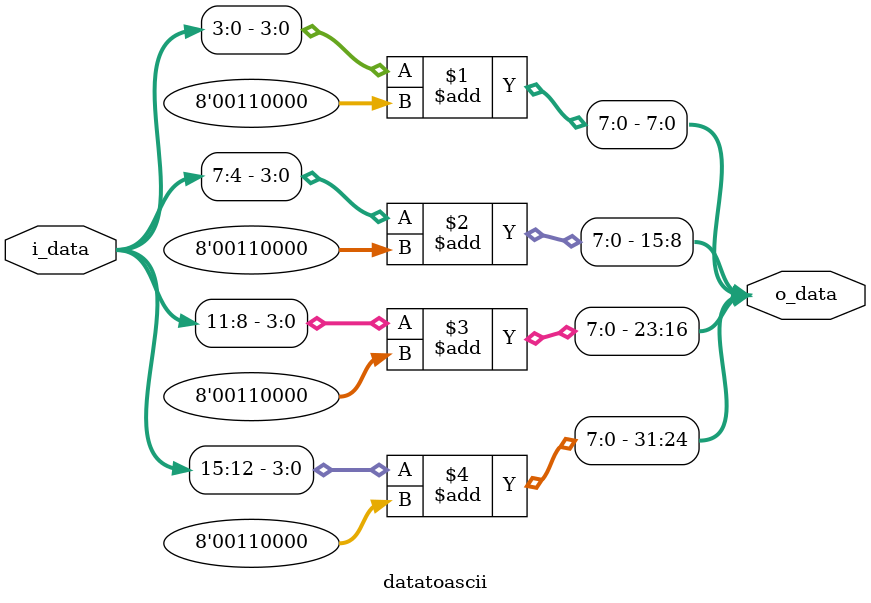
<source format=v>
`timescale 1ns / 1ps
module sender_uart (

    input clk,
    input rst,
    input rx,
    input [1:0] sw,
    input [15:0] i_send_data,
    input btn_start,
    output tx,
    output tx_done,
    output [7:0] rx_pop_data,
    output ready_flag
);

    wire w_start, w_tx_full;
    wire [31:0] w_send_data;
    reg c_state, n_state;
    reg [7:0] send_data_reg, send_data_next;
    reg send_reg, send_next;
    reg [4:0] send_cnt_reg, send_cnt_next;

    btn_debounce U_START_BD (
        .clk  (clk),
        .rst  (rst),
        .i_btn(btn_start),
        .o_btn(w_start)
    );

    //    assign w_start = btn_start;

    uart_controller U_UART_CNTL (
        .clk(clk),
        .rst(rst),
        .rx(rx),
        .rx_pop(), //
        .tx_push_data(send_data_reg),
        .tx_push(send_reg),
        .rx_pop_data(rx_pop_data),
        .rx_empty(),
        .rx_done(),
        .tx_full(w_tx_full),
        .tx_done(tx_done),
        .tx_busy(),
        .tx(tx),
        .ready_flag(ready_flag)
    );

    datatoascii U_DtoA (
        .i_data(i_send_data),
        .o_data(w_send_data)
    );

    always @(posedge clk, posedge rst) begin
        if (rst) begin
            c_state       <= 0;
            send_data_reg <= 0;
            send_reg      <= 0;
            send_cnt_reg  <= 0;
        end else begin
            c_state       <= n_state;
            send_data_reg <= send_data_next;
            send_reg      <= send_next;
            send_cnt_reg  <= send_cnt_next;
        end
    end

    always @(*) begin
        n_state        = c_state;
        send_data_next = send_data_reg;
        send_next      = send_reg;
        send_cnt_next  = send_cnt_reg;
        case (c_state)
            00: begin
                send_cnt_next = 0;
                if (w_start) begin
                    n_state = 1;
                end
            end
            01: begin  // send
                if (~w_tx_full) begin
                    send_next = 1;  // send tick 생성.
                    if (sw==1) begin
                        // 상위부터 보내기
                        case (send_cnt_reg)
                            0: send_data_next = 8'h44;
                            1: send_data_next = 8'h49;
                            2:send_data_next = 8'h53;
                            3: send_data_next = 8'h54;
                            4:send_data_next = 8'h41;
                            5:send_data_next = 8'h4E;
                            6:send_data_next = 8'h43;
                            7:send_data_next = 8'h45;
                            8:send_data_next = 8'h3A;
                            9:send_data_next = w_send_data[31:24];
                            10:send_data_next = w_send_data[23:16];
                            11:send_data_next = w_send_data[15:8];
                            12:send_data_next = 8'h2E;
                            13:send_data_next = w_send_data[7:0];
                            14:send_data_next = 8'h63;
                            15:send_data_next = 8'h6D;
                            16: send_data_next = 8'h0A;
                            17: begin
                                n_state   = 0;
                                send_next = 0;
                            end
                        endcase
                        send_cnt_next = send_cnt_reg + 1;
                    end else if (sw==2) begin
                        case (send_cnt_reg)                                                     
                            1: send_data_next = 8'h52;
                            2: send_data_next = 8'h48;
                            3: send_data_next = 8'h3A;
                            4: send_data_next = w_send_data[31:24];
                            5: send_data_next = w_send_data[23:16];
                            6: send_data_next = 8'h25;
                            7: send_data_next = 8'h2C;
                            8: send_data_next = 8'h54;
                            9:  send_data_next = 8'h45;
                            10:  send_data_next = 8'h4D;
                            11:  send_data_next = 8'h50;
                            12:  send_data_next = 8'h3A;
                            13: send_data_next = w_send_data[15:8];
                            14: send_data_next = w_send_data[7:0];
                            15: send_data_next = 8'h27;
                            16: send_data_next = 8'h43;
                            17: send_data_next = 8'h0A;
                            18: begin
                                n_state   = 0;
                                send_next = 0;
                            end
                        endcase
                        send_cnt_next = send_cnt_reg + 1;
                    end else begin
                        n_state = c_state;
                    end
                end else n_state = c_state;
            end
        endcase
    end
endmodule

// decoder, LUT
module datatoascii (
    input  [15:0] i_data,
    output [31:0] o_data
);
    assign o_data[7:0]   = i_data[3:0] + 8'h30;  // 나머지 + 8'h30
    assign o_data[15:8]  = i_data[7:4] + 8'h30;
    assign o_data[23:16] = i_data[11:8] + 8'h30;
    assign o_data[31:24] = i_data[15:12] + 8'h30;
endmodule
</source>
